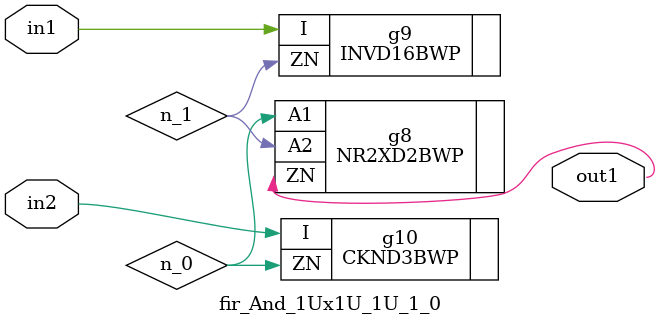
<source format=v>
`timescale 1ps / 1ps


module fir_And_1Ux1U_1U_1_0(in2, in1, out1);
  input in2, in1;
  output out1;
  wire in2, in1;
  wire out1;
  wire n_0, n_1;
  NR2XD2BWP g8(.A1 (n_0), .A2 (n_1), .ZN (out1));
  INVD16BWP g9(.I (in1), .ZN (n_1));
  CKND3BWP g10(.I (in2), .ZN (n_0));
endmodule



</source>
